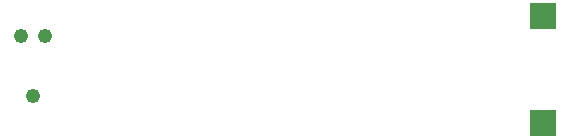
<source format=gbr>
G04 start of page 8 for group -4062 idx -4062 *
G04 Title: (unknown), soldermask *
G04 Creator: pcb 20140316 *
G04 CreationDate: Thu 20 Aug 2020 03:01:14 AM GMT UTC *
G04 For: railfan *
G04 Format: Gerber/RS-274X *
G04 PCB-Dimensions (mil): 3100.00 750.00 *
G04 PCB-Coordinate-Origin: lower left *
%MOIN*%
%FSLAX25Y25*%
%LNBOTTOMMASK*%
%ADD58C,0.0001*%
%ADD57C,0.0490*%
G54D57*X115500Y30500D03*
X111500Y50500D03*
X119500D03*
G54D58*G36*
X281200Y25800D02*Y17200D01*
X289800D01*
Y25800D01*
X281200D01*
G37*
G36*
Y61300D02*Y52700D01*
X289800D01*
Y61300D01*
X281200D01*
G37*
M02*

</source>
